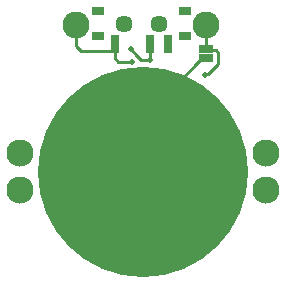
<source format=gbl>
G04*
G04 #@! TF.GenerationSoftware,Altium Limited,Altium Designer,21.8.1 (53)*
G04*
G04 Layer_Physical_Order=2*
G04 Layer_Color=16711680*
%FSLAX25Y25*%
%MOIN*%
G70*
G04*
G04 #@! TF.SameCoordinates,A130C7F3-DB7E-4E4B-B478-6415564EED2A*
G04*
G04*
G04 #@! TF.FilePolarity,Positive*
G04*
G01*
G75*
%ADD11C,0.01000*%
%ADD28C,0.09055*%
%ADD29C,0.05709*%
%ADD30C,0.09000*%
%ADD31C,0.01968*%
%ADD32C,0.70079*%
%ADD33R,0.03937X0.03150*%
%ADD34R,0.02756X0.05906*%
%ADD35R,0.05000X0.02500*%
D11*
X58680Y189390D02*
X58790Y189280D01*
X47024Y190024D02*
X48213Y188835D01*
X52764D01*
X52500Y192894D02*
Y193000D01*
Y192894D02*
X54204Y191190D01*
Y190908D02*
Y191190D01*
Y190908D02*
X55722Y189390D01*
X58680D01*
X47024Y190024D02*
Y193354D01*
X77000Y184500D02*
X77185Y184685D01*
X78157D01*
X81500Y188029D01*
X77950Y192650D02*
X80621D01*
X56500Y170150D02*
X76250Y189900D01*
X77500Y193100D02*
X77950Y192650D01*
X56500Y152000D02*
Y170150D01*
X80621Y192650D02*
X81500Y191771D01*
Y188029D02*
Y191771D01*
X76250Y189900D02*
X77500D01*
X47024Y193354D02*
X47047Y193378D01*
Y194610D01*
X77500Y193100D02*
Y201000D01*
X34000Y194086D02*
Y201000D01*
Y194086D02*
X35586Y192500D01*
X46169D01*
X47047Y193378D01*
X58879Y189411D02*
X58900Y189390D01*
X58879Y189411D02*
Y194589D01*
X58858Y194610D02*
X58879Y194589D01*
D28*
X15555Y146095D02*
D03*
Y158299D02*
D03*
X97445D02*
D03*
Y146095D02*
D03*
D29*
X61811Y201500D02*
D03*
X50000D02*
D03*
D30*
X34000Y201000D02*
D03*
X77500D02*
D03*
D31*
X46500Y173000D02*
D03*
X52764Y188835D02*
D03*
X52500Y193000D02*
D03*
X77000Y184500D02*
D03*
X82500Y141500D02*
D03*
X70756Y163315D02*
D03*
X30223Y147694D02*
D03*
X58900Y189390D02*
D03*
D32*
X56500Y152000D02*
D03*
D33*
X41535Y197366D02*
D03*
Y205634D02*
D03*
X70276D02*
D03*
Y197366D02*
D03*
D34*
X64764Y194610D02*
D03*
X58858D02*
D03*
X47047D02*
D03*
D35*
X77500Y193100D02*
D03*
Y189900D02*
D03*
M02*

</source>
